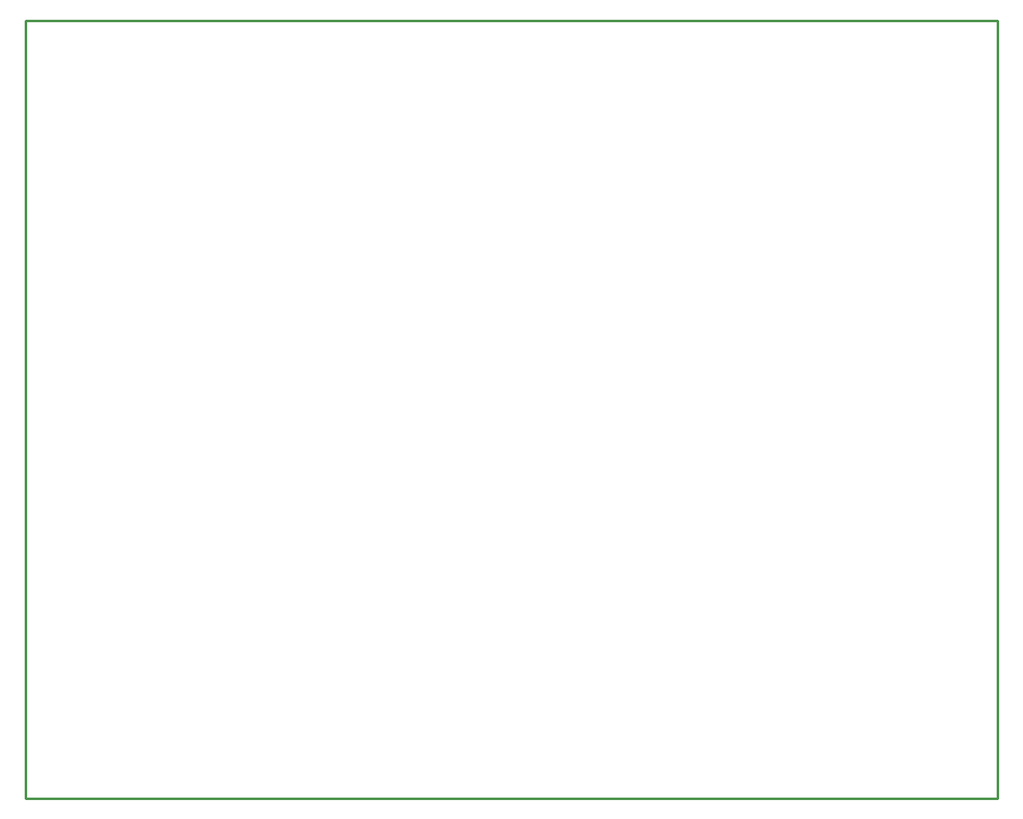
<source format=gbr>
G04 EAGLE Gerber X2 export*
%TF.Part,Single*%
%TF.FileFunction,Profile,NP*%
%TF.FilePolarity,Positive*%
%TF.GenerationSoftware,Autodesk,EAGLE,9.1.3*%
%TF.CreationDate,2018-12-12T10:38:32Z*%
G75*
%MOMM*%
%FSLAX34Y34*%
%LPD*%
%AMOC8*
5,1,8,0,0,1.08239X$1,22.5*%
G01*
%ADD10C,0.254000*%


D10*
X0Y0D02*
X1000000Y0D01*
X1000000Y800000D01*
X0Y800000D01*
X0Y0D01*
M02*

</source>
